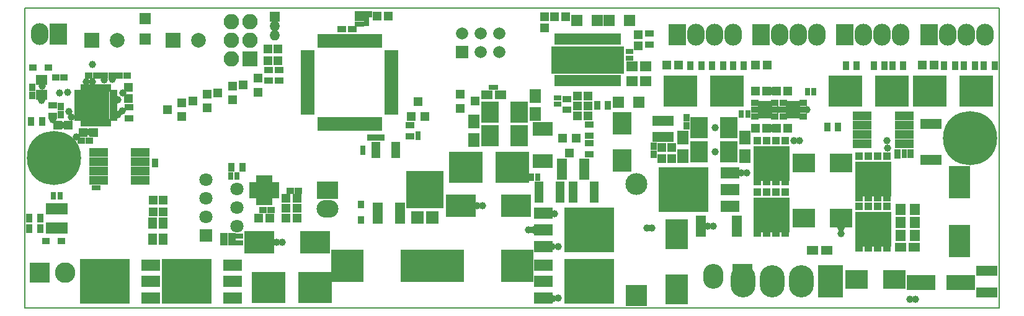
<source format=gbr>
G04 #@! TF.FileFunction,Soldermask,Top*
%FSLAX46Y46*%
G04 Gerber Fmt 4.6, Leading zero omitted, Abs format (unit mm)*
G04 Created by KiCad (PCBNEW 4.0.7) date 06/14/18 22:28:00*
%MOMM*%
%LPD*%
G01*
G04 APERTURE LIST*
%ADD10C,0.100000*%
%ADD11C,0.150000*%
%ADD12R,1.000000X0.900000*%
%ADD13R,0.900000X1.000000*%
%ADD14R,1.300000X0.900000*%
%ADD15R,1.150000X1.200000*%
%ADD16R,1.200000X1.150000*%
%ADD17R,1.650000X1.400000*%
%ADD18R,0.900000X1.300000*%
%ADD19R,1.100000X0.650000*%
%ADD20R,0.650000X1.100000*%
%ADD21R,2.125000X2.125000*%
%ADD22R,4.500000X4.500000*%
%ADD23R,0.700000X0.750000*%
%ADD24R,0.750000X0.700000*%
%ADD25R,2.000000X2.000000*%
%ADD26C,2.000000*%
%ADD27R,4.150000X3.100000*%
%ADD28R,3.100000X4.150000*%
%ADD29R,3.900000X2.000000*%
%ADD30R,2.900000X1.400000*%
%ADD31R,2.900000X4.400000*%
%ADD32R,1.400000X1.650000*%
%ADD33R,1.200000X1.200000*%
%ADD34R,1.500000X1.500000*%
%ADD35R,1.300000X1.200000*%
%ADD36R,1.800000X1.670000*%
%ADD37R,5.120000X5.200000*%
%ADD38R,3.000000X3.000000*%
%ADD39O,3.000000X3.000000*%
%ADD40R,4.641800X4.210000*%
%ADD41R,0.700000X1.850000*%
%ADD42C,7.400000*%
%ADD43R,2.100000X2.100000*%
%ADD44O,2.100000X2.100000*%
%ADD45R,1.400000X1.400000*%
%ADD46O,1.400000X1.400000*%
%ADD47R,2.750000X3.400000*%
%ADD48O,2.750000X3.400000*%
%ADD49C,1.670000*%
%ADD50R,1.670000X1.670000*%
%ADD51R,2.400000X3.000000*%
%ADD52O,2.400000X3.000000*%
%ADD53R,0.680000X0.830000*%
%ADD54R,1.300000X2.900000*%
%ADD55R,2.600000X3.100000*%
%ADD56R,3.100000X2.600000*%
%ADD57R,1.030000X0.850000*%
%ADD58R,1.200000X1.450000*%
%ADD59R,4.910000X4.750000*%
%ADD60R,1.100000X1.100000*%
%ADD61R,1.200000X1.300000*%
%ADD62R,2.600000X1.600000*%
%ADD63R,6.800000X6.200000*%
%ADD64R,0.830000X0.680000*%
%ADD65R,0.800000X1.000000*%
%ADD66R,1.000000X0.800000*%
%ADD67R,1.400000X2.900000*%
%ADD68R,2.599640X1.197560*%
%ADD69R,0.950000X1.900000*%
%ADD70R,1.900000X0.950000*%
%ADD71R,1.050000X1.620000*%
%ADD72R,1.213000X0.705000*%
%ADD73R,0.705000X1.213000*%
%ADD74R,2.254000X2.254000*%
%ADD75R,1.797000X1.797000*%
%ADD76C,1.797000*%
%ADD77R,1.050000X1.460000*%
%ADD78R,0.800000X1.500000*%
%ADD79R,1.500000X1.290000*%
%ADD80R,1.149300X0.699720*%
%ADD81R,3.000000X2.400000*%
%ADD82O,3.000000X2.400000*%
%ADD83C,2.800000*%
%ADD84R,2.800000X2.800000*%
%ADD85R,1.000000X0.850000*%
%ADD86R,0.850000X1.000000*%
%ADD87R,1.300000X1.600000*%
%ADD88R,1.650000X1.900000*%
%ADD89R,1.600000X1.150000*%
%ADD90R,2.400000X2.900000*%
%ADD91R,3.400000X4.400000*%
%ADD92O,3.400000X4.400000*%
%ADD93C,1.000000*%
G04 APERTURE END LIST*
D10*
D11*
X25000000Y-164000000D02*
X25000000Y-123000000D01*
X158000000Y-164000000D02*
X25000000Y-164000000D01*
X158000000Y-123000000D02*
X158000000Y-164000000D01*
X25000000Y-123000000D02*
X158000000Y-123000000D01*
D12*
X35790000Y-132250000D03*
X36890000Y-132250000D03*
D13*
X29920000Y-137570000D03*
X29920000Y-136470000D03*
D12*
X30310000Y-132540000D03*
X29210000Y-132540000D03*
X33740000Y-132250000D03*
X34840000Y-132250000D03*
X37840000Y-132250000D03*
X38940000Y-132250000D03*
X32710000Y-141110000D03*
X33810000Y-141110000D03*
D14*
X28770000Y-137790000D03*
X28770000Y-136290000D03*
D15*
X39150000Y-133870000D03*
X39150000Y-135370000D03*
D16*
X29440000Y-139000000D03*
X30940000Y-139000000D03*
D17*
X27310000Y-134880000D03*
X27310000Y-132880000D03*
D18*
X27330000Y-138540000D03*
X25830000Y-138540000D03*
D14*
X39200000Y-136570000D03*
X39200000Y-138070000D03*
D19*
X32250000Y-134560000D03*
X32250000Y-135060000D03*
X32250000Y-135560000D03*
X32250000Y-136060000D03*
X32250000Y-136560000D03*
X32250000Y-137060000D03*
X32250000Y-137560000D03*
X32250000Y-138060000D03*
D20*
X32900000Y-138710000D03*
X33400000Y-138710000D03*
X33900000Y-138710000D03*
X34400000Y-138710000D03*
X34900000Y-138710000D03*
X35400000Y-138710000D03*
X35900000Y-138710000D03*
X36400000Y-138710000D03*
D19*
X37050000Y-138060000D03*
X37050000Y-137560000D03*
X37050000Y-137060000D03*
X37050000Y-136560000D03*
X37050000Y-136060000D03*
X37050000Y-135560000D03*
X37050000Y-135060000D03*
X37050000Y-134560000D03*
D20*
X36400000Y-133910000D03*
X35900000Y-133910000D03*
X35400000Y-133910000D03*
X34900000Y-133910000D03*
X34400000Y-133910000D03*
X33900000Y-133910000D03*
X33400000Y-133910000D03*
X32900000Y-133910000D03*
D21*
X35512500Y-137172500D03*
X35512500Y-135447500D03*
X33787500Y-137172500D03*
X33787500Y-135447500D03*
D22*
X78500000Y-158250000D03*
X69000000Y-158250000D03*
D23*
X35010000Y-147590000D03*
X34450000Y-147590000D03*
D24*
X145040000Y-142640000D03*
X145040000Y-143200000D03*
D25*
X45200000Y-127450000D03*
D26*
X48700000Y-127450000D03*
D23*
X70920000Y-123790000D03*
X70360000Y-123790000D03*
X70920000Y-124490000D03*
X70360000Y-124490000D03*
X70920000Y-125190000D03*
X70360000Y-125190000D03*
D16*
X73080000Y-124120000D03*
X74580000Y-124120000D03*
D24*
X71600000Y-125110000D03*
X71600000Y-124550000D03*
X71090000Y-142180000D03*
X71090000Y-142740000D03*
X78670000Y-140750000D03*
X78670000Y-140190000D03*
D16*
X62130000Y-150410000D03*
X60630000Y-150410000D03*
D12*
X61230000Y-147960000D03*
X62330000Y-147960000D03*
D16*
X62130000Y-149060000D03*
X60630000Y-149060000D03*
X62130000Y-151760000D03*
X60630000Y-151760000D03*
D12*
X57520000Y-150650000D03*
X58620000Y-150650000D03*
D16*
X58430000Y-151750000D03*
X56930000Y-151750000D03*
D27*
X64575000Y-155000000D03*
X57025000Y-155000000D03*
D12*
X52190000Y-155050000D03*
X53290000Y-155050000D03*
X52190000Y-154200000D03*
X53290000Y-154200000D03*
D28*
X114000000Y-161465000D03*
X114000000Y-153915000D03*
D27*
X84515000Y-150050000D03*
X92065000Y-150050000D03*
D23*
X88670000Y-133890000D03*
X89230000Y-133890000D03*
D25*
X34100000Y-127450000D03*
D26*
X37600000Y-127450000D03*
D15*
X113250000Y-142100000D03*
X113250000Y-143600000D03*
X111900000Y-142100000D03*
X111900000Y-143600000D03*
D13*
X110800000Y-143000000D03*
X110800000Y-141900000D03*
X115290000Y-137980000D03*
X115290000Y-139080000D03*
D16*
X127610000Y-139470000D03*
X129110000Y-139470000D03*
X126250000Y-134370000D03*
X124750000Y-134370000D03*
X127600000Y-134370000D03*
X129100000Y-134370000D03*
X126260000Y-139470000D03*
X124760000Y-139470000D03*
X98820000Y-124250000D03*
X97320000Y-124250000D03*
D15*
X95970000Y-124250000D03*
X95970000Y-125750000D03*
D29*
X147350000Y-160500000D03*
X152750000Y-160500000D03*
D17*
X109740000Y-133010000D03*
X109740000Y-131010000D03*
X107910000Y-133010000D03*
X107910000Y-131010000D03*
D16*
X100390000Y-136390000D03*
X101890000Y-136390000D03*
D30*
X156310000Y-161890000D03*
X156310000Y-158890000D03*
D31*
X152590000Y-146820000D03*
X152590000Y-154820000D03*
D32*
X144490000Y-154130000D03*
X146490000Y-154130000D03*
X144490000Y-152330000D03*
X146490000Y-152330000D03*
X144490000Y-150530000D03*
X146490000Y-150530000D03*
D16*
X100380000Y-135030000D03*
X101880000Y-135030000D03*
X100390000Y-137750000D03*
X101890000Y-137750000D03*
D15*
X108700000Y-128150000D03*
X108700000Y-126650000D03*
D33*
X59540000Y-130250000D03*
X59540000Y-128650000D03*
D34*
X41400000Y-127300000D03*
X41400000Y-124500000D03*
D35*
X46430000Y-137840000D03*
X46430000Y-135940000D03*
X44430000Y-136890000D03*
X49890000Y-136690000D03*
X49890000Y-134790000D03*
X47890000Y-135740000D03*
X53340000Y-135590000D03*
X53340000Y-133690000D03*
X51340000Y-134640000D03*
X56790000Y-134500000D03*
X56790000Y-132600000D03*
X54790000Y-133550000D03*
D36*
X80620000Y-151660000D03*
D37*
X79580000Y-147860000D03*
D36*
X78540000Y-151660000D03*
D38*
X108490000Y-162350000D03*
D39*
X108490000Y-147110000D03*
D33*
X114240000Y-130850000D03*
X112640000Y-130850000D03*
X58190000Y-130250000D03*
X58190000Y-128650000D03*
X149090000Y-130850000D03*
X147490000Y-130850000D03*
X126320000Y-130850000D03*
X124720000Y-130850000D03*
D34*
X100320000Y-124750000D03*
X103120000Y-124750000D03*
X107560000Y-124750000D03*
X104760000Y-124750000D03*
X105970000Y-135890000D03*
X108770000Y-135890000D03*
D40*
X58272300Y-161210000D03*
X64647700Y-161210000D03*
X120817700Y-134340000D03*
X114442300Y-134340000D03*
X148492300Y-134330000D03*
X154867700Y-134330000D03*
X136992300Y-134330000D03*
X143367700Y-134330000D03*
D41*
X96670000Y-139530000D03*
X96170000Y-139530000D03*
X95670000Y-139530000D03*
X95170000Y-139530000D03*
X94670000Y-139530000D03*
X94670000Y-143930000D03*
X95170000Y-143930000D03*
X95670000Y-143930000D03*
X96170000Y-143930000D03*
X96670000Y-143930000D03*
D42*
X154010000Y-140810000D03*
D43*
X55690000Y-129950000D03*
D44*
X53150000Y-129950000D03*
X55690000Y-127410000D03*
X53150000Y-127410000D03*
X55690000Y-124870000D03*
X53150000Y-124870000D03*
D45*
X59090000Y-124250000D03*
D46*
X59090000Y-125520000D03*
X59090000Y-126790000D03*
D47*
X122950000Y-159700000D03*
D48*
X118990000Y-159700000D03*
D49*
X84690000Y-126480000D03*
X87230000Y-126480000D03*
X89770000Y-126480000D03*
D50*
X84690000Y-129020000D03*
D49*
X87230000Y-129020000D03*
X89770000Y-129020000D03*
D51*
X125520000Y-126650000D03*
D52*
X128060000Y-126650000D03*
X130600000Y-126650000D03*
X133140000Y-126650000D03*
D51*
X114080000Y-126650000D03*
D52*
X116620000Y-126650000D03*
X119160000Y-126650000D03*
X121700000Y-126650000D03*
D51*
X136950000Y-126650000D03*
D52*
X139490000Y-126650000D03*
X142030000Y-126650000D03*
X144570000Y-126650000D03*
D51*
X148400000Y-126650000D03*
D52*
X150940000Y-126650000D03*
X153480000Y-126650000D03*
X156020000Y-126650000D03*
D53*
X71560000Y-123840000D03*
X72080000Y-123840000D03*
D54*
X102690000Y-148200000D03*
X99790000Y-148200000D03*
D22*
X92240000Y-158250000D03*
X82740000Y-158250000D03*
D54*
X95140000Y-148200000D03*
X98040000Y-148200000D03*
D55*
X106500000Y-143850000D03*
X106500000Y-138750000D03*
D56*
X136400000Y-144150000D03*
X131300000Y-144150000D03*
X136400000Y-151700000D03*
X131300000Y-151700000D03*
X143650000Y-160150000D03*
X138550000Y-160150000D03*
D57*
X131200000Y-137870000D03*
X131200000Y-136920000D03*
X131200000Y-135970000D03*
X128520000Y-135970000D03*
X128520000Y-136920000D03*
X128520000Y-137870000D03*
D58*
X129460000Y-136395000D03*
X129460000Y-137445000D03*
X130260000Y-136395000D03*
X130260000Y-137445000D03*
D57*
X127350000Y-137870000D03*
X127350000Y-136920000D03*
X127350000Y-135970000D03*
X124670000Y-135970000D03*
X124670000Y-136920000D03*
X124670000Y-137870000D03*
D58*
X125610000Y-136395000D03*
X125610000Y-137445000D03*
X126410000Y-136395000D03*
X126410000Y-137445000D03*
D59*
X126900000Y-151290000D03*
D60*
X126265000Y-148160000D03*
X127535000Y-148160000D03*
X128805000Y-148160000D03*
X124995000Y-148160000D03*
X124995000Y-153760000D03*
X128805000Y-153760000D03*
X127535000Y-153760000D03*
X126265000Y-153760000D03*
D59*
X126900000Y-144240000D03*
D60*
X126265000Y-141110000D03*
X127535000Y-141110000D03*
X128805000Y-141110000D03*
X124995000Y-141110000D03*
X124995000Y-146710000D03*
X128805000Y-146710000D03*
X127535000Y-146710000D03*
X126265000Y-146710000D03*
D59*
X140790000Y-153280000D03*
D60*
X140155000Y-150150000D03*
X141425000Y-150150000D03*
X142695000Y-150150000D03*
X138885000Y-150150000D03*
X138885000Y-155750000D03*
X142695000Y-155750000D03*
X141425000Y-155750000D03*
X140155000Y-155750000D03*
D59*
X140790000Y-146430000D03*
D60*
X140155000Y-143300000D03*
X141425000Y-143300000D03*
X142695000Y-143300000D03*
X138885000Y-143300000D03*
X138885000Y-148900000D03*
X142695000Y-148900000D03*
X141425000Y-148900000D03*
X140155000Y-148900000D03*
D61*
X77690000Y-137800000D03*
X79590000Y-137800000D03*
X78640000Y-135800000D03*
D62*
X53340000Y-162680000D03*
X53340000Y-160400000D03*
X53340000Y-158120000D03*
D63*
X47040000Y-160400000D03*
D62*
X42190000Y-162680000D03*
X42190000Y-160400000D03*
X42190000Y-158120000D03*
D63*
X35890000Y-160400000D03*
D61*
X100270000Y-140800000D03*
X98370000Y-140800000D03*
X99320000Y-142800000D03*
D62*
X95740000Y-151070000D03*
X95740000Y-153350000D03*
X95740000Y-155630000D03*
D63*
X102040000Y-153350000D03*
D62*
X95740000Y-158120000D03*
X95740000Y-160400000D03*
X95740000Y-162680000D03*
D63*
X102040000Y-160400000D03*
D62*
X121240000Y-150080000D03*
X121240000Y-147800000D03*
X121240000Y-145520000D03*
D63*
X114940000Y-147800000D03*
D64*
X145910000Y-142690000D03*
X145910000Y-143210000D03*
D14*
X59690000Y-132950000D03*
X59690000Y-131450000D03*
D64*
X42740000Y-144480000D03*
X42740000Y-143960000D03*
X144120000Y-143220000D03*
X144120000Y-142700000D03*
D53*
X69910000Y-125930000D03*
X69390000Y-125930000D03*
X67970000Y-125930000D03*
X68490000Y-125930000D03*
X72090000Y-140710000D03*
X72610000Y-140710000D03*
X73770000Y-140700000D03*
X73250000Y-140700000D03*
D14*
X77590000Y-140550000D03*
X77590000Y-139050000D03*
D18*
X25600000Y-153190000D03*
X27100000Y-153190000D03*
X27100000Y-151740000D03*
X25600000Y-151740000D03*
D65*
X28900000Y-148700000D03*
X29800000Y-148700000D03*
X53050000Y-146010000D03*
X53950000Y-146010000D03*
D66*
X54240000Y-155100000D03*
X54240000Y-154200000D03*
D65*
X94120000Y-146100000D03*
X95020000Y-146100000D03*
D18*
X54700000Y-144810000D03*
X53200000Y-144810000D03*
D67*
X117290000Y-152850000D03*
X122190000Y-152850000D03*
D65*
X123680000Y-137540000D03*
X122780000Y-137540000D03*
D30*
X148690000Y-143770000D03*
X148690000Y-138870000D03*
D65*
X131820000Y-134460000D03*
X132720000Y-134460000D03*
D18*
X121650000Y-130900000D03*
X123150000Y-130900000D03*
X118820000Y-130900000D03*
X120320000Y-130900000D03*
X157400000Y-130900000D03*
X155900000Y-130900000D03*
X154690000Y-130900000D03*
X153190000Y-130900000D03*
X144900000Y-130900000D03*
X143400000Y-130900000D03*
X142350000Y-130900000D03*
X140850000Y-130900000D03*
D14*
X58240000Y-132950000D03*
X58240000Y-131450000D03*
D18*
X117340000Y-130900000D03*
X115840000Y-130900000D03*
X151950000Y-130900000D03*
X150450000Y-130900000D03*
X138540000Y-130900000D03*
X137040000Y-130900000D03*
D66*
X107490000Y-129850000D03*
X107490000Y-128950000D03*
D18*
X104610000Y-136340000D03*
X103110000Y-136340000D03*
D14*
X102000000Y-143000000D03*
X102000000Y-141500000D03*
X102000000Y-138950000D03*
X102000000Y-140450000D03*
X98960000Y-135440000D03*
X98960000Y-136940000D03*
X110200000Y-126500000D03*
X110200000Y-128000000D03*
D66*
X97750000Y-135290000D03*
X97750000Y-136190000D03*
D68*
X40767660Y-146582460D03*
X40767660Y-145312460D03*
X40767660Y-144047540D03*
X40767660Y-142777540D03*
X35032340Y-142777540D03*
X35032340Y-144047540D03*
X35032340Y-145312460D03*
X35032340Y-146582460D03*
X145057660Y-141582460D03*
X145057660Y-140312460D03*
X145057660Y-139047540D03*
X145057660Y-137777540D03*
X139322340Y-137777540D03*
X139322340Y-139047540D03*
X139322340Y-140312460D03*
X139322340Y-141582460D03*
D69*
X65330000Y-138890000D03*
X66130000Y-138890000D03*
X66930000Y-138890000D03*
X67730000Y-138890000D03*
X68530000Y-138890000D03*
X69330000Y-138890000D03*
X70130000Y-138890000D03*
X70930000Y-138890000D03*
X71730000Y-138890000D03*
X72530000Y-138890000D03*
X73330000Y-138890000D03*
D70*
X75030000Y-137190000D03*
X75030000Y-136390000D03*
X75030000Y-135590000D03*
X75030000Y-134790000D03*
X75030000Y-133990000D03*
X75030000Y-133190000D03*
X75030000Y-132390000D03*
X75030000Y-131590000D03*
X75030000Y-130790000D03*
X75030000Y-129990000D03*
X75030000Y-129190000D03*
D69*
X73330000Y-127490000D03*
X72530000Y-127490000D03*
X71730000Y-127490000D03*
X70930000Y-127490000D03*
X70130000Y-127490000D03*
X69330000Y-127490000D03*
X68530000Y-127490000D03*
X67730000Y-127490000D03*
X66930000Y-127490000D03*
X66130000Y-127490000D03*
X65330000Y-127490000D03*
D70*
X63630000Y-129190000D03*
X63630000Y-129990000D03*
X63630000Y-130790000D03*
X63630000Y-131590000D03*
X63630000Y-132390000D03*
X63630000Y-133190000D03*
X63630000Y-133990000D03*
X63630000Y-134790000D03*
X63630000Y-135590000D03*
X63630000Y-136390000D03*
X63630000Y-137190000D03*
D71*
X28400000Y-153040000D03*
X29350000Y-153040000D03*
X30300000Y-153040000D03*
X30300000Y-150420000D03*
X29350000Y-150420000D03*
X28400000Y-150420000D03*
D72*
X56202000Y-147160000D03*
X56202000Y-147660000D03*
X56202000Y-148160000D03*
X56202000Y-148660000D03*
D73*
X56900000Y-149358000D03*
X57400000Y-149358000D03*
X57900000Y-149358000D03*
X58400000Y-149358000D03*
D72*
X59098000Y-148660000D03*
X59098000Y-148160000D03*
X59098000Y-147660000D03*
X59098000Y-147160000D03*
D73*
X58400000Y-146462000D03*
X57900000Y-146462000D03*
X57400000Y-146462000D03*
X56900000Y-146462000D03*
D74*
X57650000Y-147910000D03*
D75*
X49734000Y-154120000D03*
D76*
X53925000Y-152850000D03*
X49734000Y-151580000D03*
X53925000Y-150310000D03*
X49734000Y-149040000D03*
X53925000Y-147770000D03*
X49734000Y-146500000D03*
D35*
X84420000Y-134810000D03*
X84420000Y-136710000D03*
X86420000Y-135760000D03*
D77*
X113050000Y-138400000D03*
X112100000Y-138400000D03*
X111150000Y-138400000D03*
X111150000Y-140600000D03*
X113050000Y-140600000D03*
X112100000Y-140600000D03*
D78*
X97595000Y-132960000D03*
X98245000Y-132960000D03*
X98895000Y-132960000D03*
X99545000Y-132960000D03*
X100195000Y-132960000D03*
X100845000Y-132960000D03*
X101495000Y-132960000D03*
X102145000Y-132960000D03*
X102795000Y-132960000D03*
X103445000Y-132960000D03*
X104095000Y-132960000D03*
X104745000Y-132960000D03*
X105395000Y-132960000D03*
X106045000Y-132960000D03*
X106045000Y-127260000D03*
X105395000Y-127260000D03*
X104745000Y-127260000D03*
X104095000Y-127260000D03*
X103445000Y-127260000D03*
X102795000Y-127260000D03*
X102145000Y-127260000D03*
X101495000Y-127260000D03*
X100845000Y-127260000D03*
X100195000Y-127260000D03*
X99545000Y-127260000D03*
X98895000Y-127260000D03*
X98245000Y-127260000D03*
X97595000Y-127260000D03*
D79*
X106045000Y-131385000D03*
X106045000Y-130535000D03*
X106045000Y-128835000D03*
X106045000Y-129685000D03*
X104988750Y-129685000D03*
X104988750Y-128835000D03*
X104988750Y-130535000D03*
X104988750Y-131385000D03*
X103932500Y-131385000D03*
X103932500Y-130535000D03*
X103932500Y-128835000D03*
X103932500Y-129685000D03*
X102876250Y-129685000D03*
X102876250Y-128835000D03*
X102876250Y-130535000D03*
X102876250Y-131385000D03*
X101820000Y-131385000D03*
X101820000Y-130535000D03*
X101820000Y-128835000D03*
X101820000Y-129685000D03*
X100763750Y-129685000D03*
X100763750Y-128835000D03*
X100763750Y-130535000D03*
X100763750Y-131385000D03*
X99707500Y-131385000D03*
X99707500Y-130535000D03*
X99707500Y-128835000D03*
X99707500Y-129685000D03*
X98651250Y-129685000D03*
X98651250Y-128835000D03*
X98651250Y-130535000D03*
X98651250Y-131385000D03*
X97595000Y-131385000D03*
X97595000Y-130535000D03*
X97595000Y-128835000D03*
X97595000Y-129685000D03*
D80*
X72875860Y-141650700D03*
X72875860Y-142151080D03*
X72875860Y-142648920D03*
X72875860Y-143149300D03*
X75624140Y-143149300D03*
X75624140Y-142648920D03*
X75624140Y-142151080D03*
X75624140Y-141650700D03*
D40*
X85142300Y-144800000D03*
X91517700Y-144800000D03*
D42*
X29000000Y-143500000D03*
D81*
X66330000Y-147920000D03*
D82*
X66330000Y-150460000D03*
D51*
X29550000Y-126600000D03*
D52*
X27010000Y-126600000D03*
D83*
X30500000Y-159200000D03*
D84*
X27000000Y-159200000D03*
D85*
X28210000Y-131150000D03*
X26110000Y-131150000D03*
X27850000Y-154900000D03*
X29950000Y-154900000D03*
D86*
X70880000Y-149900000D03*
X70880000Y-152000000D03*
D33*
X42540000Y-150840000D03*
X42540000Y-149240000D03*
X43890000Y-150850000D03*
X43890000Y-149250000D03*
D87*
X42390000Y-154590000D03*
X42390000Y-152390000D03*
X43840000Y-154600000D03*
X43840000Y-152400000D03*
D67*
X73170000Y-151050000D03*
X76170000Y-151050000D03*
X101320000Y-145050000D03*
X98320000Y-145050000D03*
D88*
X94700000Y-137530000D03*
X94700000Y-135030000D03*
X86250000Y-141060000D03*
X86250000Y-138560000D03*
X123280000Y-143260000D03*
X123280000Y-140760000D03*
X114830000Y-143250000D03*
X114830000Y-140750000D03*
D89*
X146390000Y-155700000D03*
X144490000Y-155700000D03*
X132520000Y-156130000D03*
X134420000Y-156130000D03*
X88020000Y-134910000D03*
X89920000Y-134910000D03*
D90*
X117050000Y-142650000D03*
X121050000Y-142650000D03*
X88470000Y-137210000D03*
X92470000Y-137210000D03*
X92470000Y-140460000D03*
X88470000Y-140460000D03*
X117050000Y-139400000D03*
X121050000Y-139400000D03*
D13*
X25980000Y-134950000D03*
X25980000Y-133850000D03*
D18*
X136010000Y-139240000D03*
X134510000Y-139240000D03*
D16*
X34410000Y-140010000D03*
X32910000Y-140010000D03*
D91*
X134950000Y-160350000D03*
D92*
X130987600Y-160350000D03*
X127025200Y-160350000D03*
X123062800Y-160350000D03*
D93*
X109870000Y-153110000D03*
X110610000Y-153090000D03*
X97270000Y-151120000D03*
X96530000Y-151140000D03*
X34180000Y-133140000D03*
X34180000Y-130700000D03*
X28770000Y-138240000D03*
X32020000Y-140650000D03*
X121050000Y-142650000D03*
X119180000Y-142650000D03*
X131300000Y-151700000D03*
X131830000Y-152220000D03*
X123520000Y-145550000D03*
X122770000Y-145530000D03*
X121100000Y-139390000D03*
X119180000Y-139390000D03*
X118960000Y-152830000D03*
X118220000Y-152850000D03*
X96990000Y-155630000D03*
X97770000Y-155620000D03*
X97760000Y-162690000D03*
X97000000Y-162710000D03*
X142710000Y-141180000D03*
X142720000Y-142140000D03*
X129960000Y-141110000D03*
X130700000Y-141110000D03*
X31020000Y-137140000D03*
X35790000Y-132810000D03*
X29760000Y-134600000D03*
X30850000Y-134560000D03*
X146570000Y-162800000D03*
X136390000Y-153110000D03*
X145830000Y-162800000D03*
X136390000Y-153860000D03*
X30050000Y-139000000D03*
X33770000Y-139920000D03*
X37700000Y-137550000D03*
X27320000Y-133730000D03*
X37660000Y-135550000D03*
X33400000Y-133120000D03*
X59330000Y-155030000D03*
X60080000Y-155010000D03*
X94410000Y-153360000D03*
X93710000Y-153360000D03*
X87450000Y-150050000D03*
X86730000Y-150070000D03*
X131750000Y-136890000D03*
X126930000Y-139490000D03*
X127770000Y-136920000D03*
X126910000Y-134400000D03*
X38260000Y-137080000D03*
X36900000Y-132770000D03*
X38360000Y-134650000D03*
X31360000Y-137960000D03*
X27310000Y-135660000D03*
M02*

</source>
